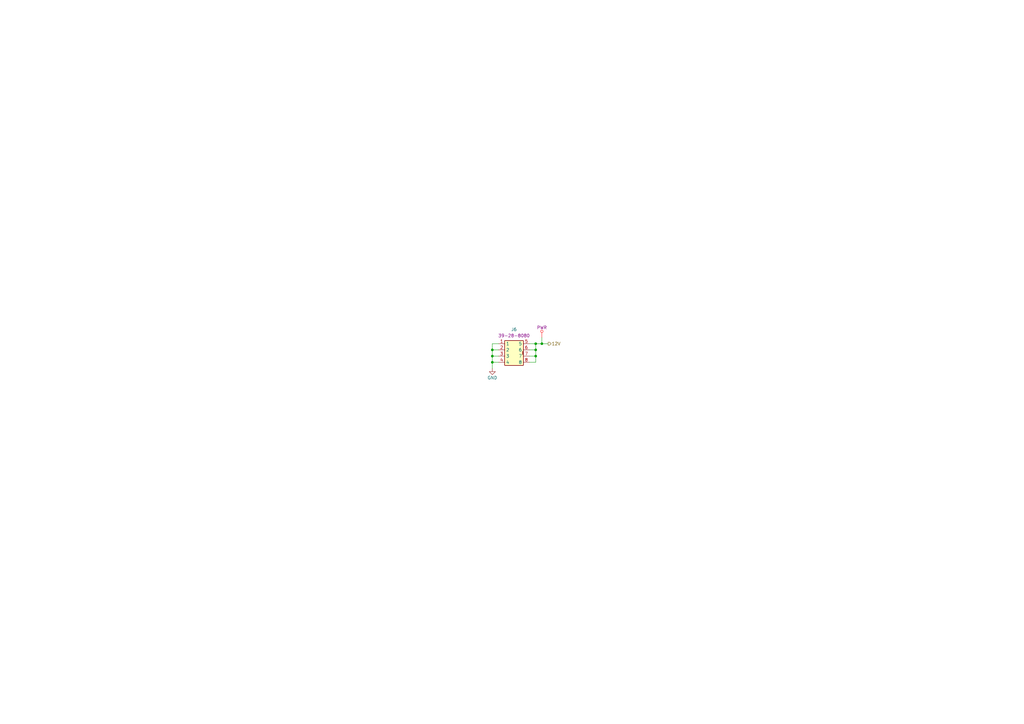
<source format=kicad_sch>
(kicad_sch (version 20250114) (generator "eeschema") (generator_version "9.0")
  (paper "A3")
  (title_block (title "OCuLink to PCIe adapter") (date "2025-06-18") (rev "1.0.0") (company "Antmicro Ltd") (comment 1 "www.antmicro.com"))
  (lib_symbols
    (symbol "antmicroWire2BoardConnectors:Molex_Mini-Fit-Jr_2x4_39-28-8080"
      (property "Reference" "J" (at 26.67 -3.81 0))
      (property "MPN" "39-28-8080" (at 26.67 -6.35 0))
      (symbol "Molex_Mini-Fit-Jr_2x4_39-28-8080_1_1"
        (rectangle (start 2.54 1.27) (end 10.16 -8.89) (stroke (width 0.254)) (fill (type background)))
        (rectangle (start 2.54 -3.175) (end 2.794 -4.445) (stroke (width 0.254)) (fill (type background)))
        (pin bidirectional line (at 0 0 0) (length 2.54) (name "5") (number "5"))
        (pin bidirectional line (at 0 -2.54 0) (length 2.54) (name "6") (number "6"))
        (pin bidirectional line (at 0 -5.08 0) (length 2.54) (name "7") (number "7"))
        (pin bidirectional line (at 0 -7.62 0) (length 2.54) (name "8") (number "8"))
        (pin bidirectional line (at 12.7 0 180) (length 2.54) (name "1") (number "1"))
        (pin bidirectional line (at 12.7 -2.54 180) (length 2.54) (name "2") (number "2"))
        (pin bidirectional line (at 12.7 -5.08 180) (length 2.54) (name "3") (number "3"))
        (pin bidirectional line (at 12.7 -7.62 180) (length 2.54) (name "4") (number "4"))
      )
    )
    (symbol "antmicropower:GND" (power) (pin_numbers (hide yes)) (pin_names (hide yes))
      (property "Value" "GND" (at 8.89 -5.08 0))
      (symbol "GND_1_1"
        (polyline (pts (xy 0 0) (xy 0 -1.27) (xy 1.27 -1.27) (xy 0 -2.54) (xy -1.27 -1.27) (xy 0 -1.27)))
        (pin power_in line (at 0 0 270) (length 0) (name "GND") (number "1"))
      )
    )
  )
  (junction (at 201.93 143.51))
  (junction (at 201.93 148.59))
  (junction (at 201.93 146.05))
  (junction (at 219.71 143.51))
  (junction (at 219.71 146.05))
  (junction (at 219.71 140.97))
  (junction (at 222.25 140.97))
  (wire (pts (xy 201.93 143.51) (xy 204.47 143.51)))
  (wire (pts (xy 219.71 140.97) (xy 222.25 140.97)))
  (wire (pts (xy 217.17 140.97) (xy 219.71 140.97)))
  (wire (pts (xy 201.93 146.05) (xy 204.47 146.05)))
  (wire (pts (xy 201.93 140.97) (xy 201.93 143.51)))
  (wire (pts (xy 217.17 146.05) (xy 219.71 146.05)))
  (wire (pts (xy 201.93 143.51) (xy 201.93 146.05)))
  (wire (pts (xy 201.93 140.97) (xy 204.47 140.97)))
  (wire (pts (xy 201.93 146.05) (xy 201.93 148.59)))
  (wire (pts (xy 201.93 148.59) (xy 204.47 148.59)))
  (wire (pts (xy 222.25 140.97) (xy 224.79 140.97)))
  (wire (pts (xy 217.17 143.51) (xy 219.71 143.51)))
  (wire (pts (xy 219.71 140.97) (xy 219.71 143.51)))
  (wire (pts (xy 219.71 143.51) (xy 219.71 146.05)))
  (wire (pts (xy 219.71 146.05) (xy 219.71 148.59)))
  (wire (pts (xy 217.17 148.59) (xy 219.71 148.59)))
  (wire (pts (xy 201.93 148.59) (xy 201.93 151.13)))
  (wire (pts (xy 222.25 138.43) (xy 222.25 140.97)))
  (hierarchical_label "12V" (shape output) (at 224.79 140.97 0))
  (netclass_flag "" (length 2.54) (shape round) (at 222.25 138.43 0) (property "Netclass" "PWR" (at 222.25 134.366 0)))
  (symbol (lib_id "antmicroWire2BoardConnectors:Molex_Mini-Fit-Jr_2x4_39-28-8080") (at 217.17 140.97 0) (mirror y) (unit 1)
    (property "Reference" "J6" (at 210.82 135.128 0))
    (property "Value" "Molex_Mini-Fit-Jr_2x4_39-28-8080" (effects (hide yes)))
    (property "Footprint" "antmicro-footprints:MOLEX_39288080" (effects (hide yes)))
    (property "Datasheet" "https://www.molex.com/pdm_docs/sd/039288080_sd.pdf" (effects (hide yes)))
    (property "Description" "Pin Header, THT, Vertical, UL94V-2, Power, Wire-to-Board, 4.2 mm, 2 Rows, 8 Contacts, Mini-fit Jr, 5566 series" (effects (hide yes)))
    (property "MPN" "39-28-8080" (at 210.82 137.668 0))
    (property "Manufacturer" "Molex" (effects (hide yes)))
    (property "Author" "Antmicro" (effects (hide yes)))
    (property "License" "Apache-2.0" (effects (hide yes)))
  )
  (symbol (lib_id "antmicropower:GND") (at 201.93 151.13 0) (mirror y) (unit 1)
    (property "Reference" "#PWR083" (effects (hide yes)))
    (property "Value" "GND" (at 201.93 154.94 0))
    (property "Author" "Antmicro" (effects (hide yes)))
    (property "License" "Apache-2.0" (effects (hide yes)))
  )
)
</source>
